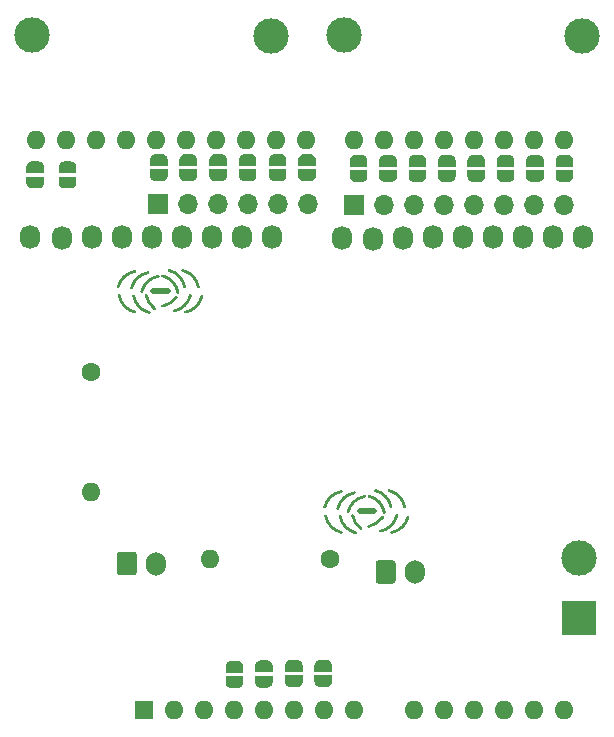
<source format=gbr>
%TF.GenerationSoftware,KiCad,Pcbnew,(5.1.10)-1*%
%TF.CreationDate,2021-06-07T20:05:56+02:00*%
%TF.ProjectId,AirFlow,41697246-6c6f-4772-9e6b-696361645f70,rev?*%
%TF.SameCoordinates,Original*%
%TF.FileFunction,Soldermask,Bot*%
%TF.FilePolarity,Negative*%
%FSLAX46Y46*%
G04 Gerber Fmt 4.6, Leading zero omitted, Abs format (unit mm)*
G04 Created by KiCad (PCBNEW (5.1.10)-1) date 2021-06-07 20:05:56*
%MOMM*%
%LPD*%
G01*
G04 APERTURE LIST*
%ADD10C,0.500000*%
%ADD11C,0.250000*%
%ADD12O,1.600000X1.600000*%
%ADD13R,1.600000X1.600000*%
%ADD14R,3.000000X3.000000*%
%ADD15C,3.000000*%
%ADD16O,1.700000X2.000000*%
%ADD17C,1.600000*%
%ADD18R,1.700000X1.700000*%
%ADD19O,1.700000X1.700000*%
%ADD20C,0.100000*%
%ADD21O,1.730000X2.030000*%
G04 APERTURE END LIST*
D10*
X140614400Y-113080800D02*
X141833600Y-113080800D01*
D11*
X139621084Y-113124784D02*
G75*
G02*
X141020800Y-111810800I1704516J-413216D01*
G01*
X138757484Y-112819984D02*
G75*
G02*
X140157200Y-111506000I1704516J-413216D01*
G01*
X140712573Y-114558797D02*
G75*
G02*
X140004800Y-113436400I1019427J1427197D01*
G01*
X141942016Y-111325484D02*
G75*
G02*
X143256000Y-112725200I-413216J-1704516D01*
G01*
X143741316Y-113443216D02*
G75*
G02*
X142341600Y-114757200I-1704516J413216D01*
G01*
X140251984Y-114886916D02*
G75*
G02*
X138938000Y-113487200I413216J1704516D01*
G01*
X141383216Y-111782684D02*
G75*
G02*
X142697200Y-113182400I-413216J-1704516D01*
G01*
X142543827Y-113588800D02*
G75*
G02*
X141376400Y-114351482I-1535862J1076101D01*
G01*
X144706516Y-113544816D02*
G75*
G02*
X143306800Y-114858800I-1704516J413216D01*
G01*
X143110416Y-111325484D02*
G75*
G02*
X144424400Y-112725200I-413216J-1704516D01*
G01*
X139039600Y-114858800D02*
G75*
G02*
X137725616Y-113459084I413216J1704516D01*
G01*
X137639884Y-112718384D02*
G75*
G02*
X139039600Y-111404400I1704516J-413216D01*
G01*
D10*
X123139200Y-94437200D02*
X124358400Y-94437200D01*
D11*
X123237373Y-95915197D02*
G75*
G02*
X122529600Y-94792800I1019427J1427197D01*
G01*
X125068627Y-94945200D02*
G75*
G02*
X123901200Y-95707882I-1535862J1076101D01*
G01*
X123908016Y-93139084D02*
G75*
G02*
X125222000Y-94538800I-413216J-1704516D01*
G01*
X122145884Y-94481184D02*
G75*
G02*
X123545600Y-93167200I1704516J-413216D01*
G01*
X121282284Y-94176384D02*
G75*
G02*
X122682000Y-92862400I1704516J-413216D01*
G01*
X126266116Y-94799616D02*
G75*
G02*
X124866400Y-96113600I-1704516J413216D01*
G01*
X122776784Y-96243316D02*
G75*
G02*
X121462800Y-94843600I413216J1704516D01*
G01*
X124466816Y-92681884D02*
G75*
G02*
X125780800Y-94081600I-413216J-1704516D01*
G01*
X125635216Y-92681884D02*
G75*
G02*
X126949200Y-94081600I-413216J-1704516D01*
G01*
X127231316Y-94901216D02*
G75*
G02*
X125831600Y-96215200I-1704516J413216D01*
G01*
X121564400Y-96215200D02*
G75*
G02*
X120250416Y-94815484I413216J1704516D01*
G01*
X120164684Y-94074784D02*
G75*
G02*
X121564400Y-92760800I1704516J-413216D01*
G01*
D12*
%TO.C,A1*%
X113186400Y-81635600D03*
X115726400Y-81635600D03*
D13*
X122326400Y-129895600D03*
D12*
X152806400Y-81635600D03*
X124866400Y-129895600D03*
X150266400Y-81635600D03*
X127406400Y-129895600D03*
X147726400Y-81635600D03*
X129946400Y-129895600D03*
X145186400Y-81635600D03*
X132486400Y-129895600D03*
X142646400Y-81635600D03*
X135026400Y-129895600D03*
X140106400Y-81635600D03*
X137566400Y-129895600D03*
X136046400Y-81635600D03*
X140106400Y-129895600D03*
X133506400Y-81635600D03*
X145186400Y-129895600D03*
X130966400Y-81635600D03*
X147726400Y-129895600D03*
X128426400Y-81635600D03*
X150266400Y-129895600D03*
X125886400Y-81635600D03*
X152806400Y-129895600D03*
X123346400Y-81635600D03*
X155346400Y-129895600D03*
X120806400Y-81635600D03*
X157886400Y-129895600D03*
X118266400Y-81635600D03*
X157886400Y-81635600D03*
X155346400Y-81635600D03*
%TD*%
D14*
%TO.C,J1*%
X159156400Y-122123200D03*
D15*
X159156400Y-117043200D03*
%TD*%
%TO.C,Jntc1*%
G36*
G01*
X120043200Y-118250400D02*
X120043200Y-116750400D01*
G75*
G02*
X120293200Y-116500400I250000J0D01*
G01*
X121493200Y-116500400D01*
G75*
G02*
X121743200Y-116750400I0J-250000D01*
G01*
X121743200Y-118250400D01*
G75*
G02*
X121493200Y-118500400I-250000J0D01*
G01*
X120293200Y-118500400D01*
G75*
G02*
X120043200Y-118250400I0J250000D01*
G01*
G37*
D16*
X123393200Y-117500400D03*
%TD*%
%TO.C,Jntc2*%
X145298800Y-118211600D03*
G36*
G01*
X141948800Y-118961600D02*
X141948800Y-117461600D01*
G75*
G02*
X142198800Y-117211600I250000J0D01*
G01*
X143398800Y-117211600D01*
G75*
G02*
X143648800Y-117461600I0J-250000D01*
G01*
X143648800Y-118961600D01*
G75*
G02*
X143398800Y-119211600I-250000J0D01*
G01*
X142198800Y-119211600D01*
G75*
G02*
X141948800Y-118961600I0J250000D01*
G01*
G37*
%TD*%
D12*
%TO.C,R3*%
X117856000Y-111455200D03*
D17*
X117856000Y-101295200D03*
%TD*%
%TO.C,R17*%
X138074400Y-117094000D03*
D12*
X127914400Y-117094000D03*
%TD*%
D18*
%TO.C,J5*%
X140106400Y-87172800D03*
D19*
X142646400Y-87172800D03*
X145186400Y-87172800D03*
X147726400Y-87172800D03*
X150266400Y-87172800D03*
X152806400Y-87172800D03*
X155346400Y-87172800D03*
X157886400Y-87172800D03*
%TD*%
D18*
%TO.C,J6*%
X123494800Y-87071200D03*
D19*
X126034800Y-87071200D03*
X128574800Y-87071200D03*
X131114800Y-87071200D03*
X133654800Y-87071200D03*
X136194800Y-87071200D03*
%TD*%
D20*
%TO.C,JP0*%
G36*
X158687200Y-84183600D02*
G01*
X158687200Y-84683600D01*
X158686598Y-84683600D01*
X158686598Y-84708134D01*
X158681788Y-84756965D01*
X158672216Y-84805090D01*
X158657972Y-84852045D01*
X158639195Y-84897378D01*
X158616064Y-84940651D01*
X158588804Y-84981450D01*
X158557676Y-85019379D01*
X158522979Y-85054076D01*
X158485050Y-85085204D01*
X158444251Y-85112464D01*
X158400978Y-85135595D01*
X158355645Y-85154372D01*
X158308690Y-85168616D01*
X158260565Y-85178188D01*
X158211734Y-85182998D01*
X158187200Y-85182998D01*
X158187200Y-85183600D01*
X157687200Y-85183600D01*
X157687200Y-85182998D01*
X157662666Y-85182998D01*
X157613835Y-85178188D01*
X157565710Y-85168616D01*
X157518755Y-85154372D01*
X157473422Y-85135595D01*
X157430149Y-85112464D01*
X157389350Y-85085204D01*
X157351421Y-85054076D01*
X157316724Y-85019379D01*
X157285596Y-84981450D01*
X157258336Y-84940651D01*
X157235205Y-84897378D01*
X157216428Y-84852045D01*
X157202184Y-84805090D01*
X157192612Y-84756965D01*
X157187802Y-84708134D01*
X157187802Y-84683600D01*
X157187200Y-84683600D01*
X157187200Y-84183600D01*
X158687200Y-84183600D01*
G37*
G36*
X157187802Y-83383600D02*
G01*
X157187802Y-83359066D01*
X157192612Y-83310235D01*
X157202184Y-83262110D01*
X157216428Y-83215155D01*
X157235205Y-83169822D01*
X157258336Y-83126549D01*
X157285596Y-83085750D01*
X157316724Y-83047821D01*
X157351421Y-83013124D01*
X157389350Y-82981996D01*
X157430149Y-82954736D01*
X157473422Y-82931605D01*
X157518755Y-82912828D01*
X157565710Y-82898584D01*
X157613835Y-82889012D01*
X157662666Y-82884202D01*
X157687200Y-82884202D01*
X157687200Y-82883600D01*
X158187200Y-82883600D01*
X158187200Y-82884202D01*
X158211734Y-82884202D01*
X158260565Y-82889012D01*
X158308690Y-82898584D01*
X158355645Y-82912828D01*
X158400978Y-82931605D01*
X158444251Y-82954736D01*
X158485050Y-82981996D01*
X158522979Y-83013124D01*
X158557676Y-83047821D01*
X158588804Y-83085750D01*
X158616064Y-83126549D01*
X158639195Y-83169822D01*
X158657972Y-83215155D01*
X158672216Y-83262110D01*
X158681788Y-83310235D01*
X158686598Y-83359066D01*
X158686598Y-83383600D01*
X158687200Y-83383600D01*
X158687200Y-83883600D01*
X157187200Y-83883600D01*
X157187200Y-83383600D01*
X157187802Y-83383600D01*
G37*
%TD*%
%TO.C,JP1*%
G36*
X154698602Y-83383600D02*
G01*
X154698602Y-83359066D01*
X154703412Y-83310235D01*
X154712984Y-83262110D01*
X154727228Y-83215155D01*
X154746005Y-83169822D01*
X154769136Y-83126549D01*
X154796396Y-83085750D01*
X154827524Y-83047821D01*
X154862221Y-83013124D01*
X154900150Y-82981996D01*
X154940949Y-82954736D01*
X154984222Y-82931605D01*
X155029555Y-82912828D01*
X155076510Y-82898584D01*
X155124635Y-82889012D01*
X155173466Y-82884202D01*
X155198000Y-82884202D01*
X155198000Y-82883600D01*
X155698000Y-82883600D01*
X155698000Y-82884202D01*
X155722534Y-82884202D01*
X155771365Y-82889012D01*
X155819490Y-82898584D01*
X155866445Y-82912828D01*
X155911778Y-82931605D01*
X155955051Y-82954736D01*
X155995850Y-82981996D01*
X156033779Y-83013124D01*
X156068476Y-83047821D01*
X156099604Y-83085750D01*
X156126864Y-83126549D01*
X156149995Y-83169822D01*
X156168772Y-83215155D01*
X156183016Y-83262110D01*
X156192588Y-83310235D01*
X156197398Y-83359066D01*
X156197398Y-83383600D01*
X156198000Y-83383600D01*
X156198000Y-83883600D01*
X154698000Y-83883600D01*
X154698000Y-83383600D01*
X154698602Y-83383600D01*
G37*
G36*
X156198000Y-84183600D02*
G01*
X156198000Y-84683600D01*
X156197398Y-84683600D01*
X156197398Y-84708134D01*
X156192588Y-84756965D01*
X156183016Y-84805090D01*
X156168772Y-84852045D01*
X156149995Y-84897378D01*
X156126864Y-84940651D01*
X156099604Y-84981450D01*
X156068476Y-85019379D01*
X156033779Y-85054076D01*
X155995850Y-85085204D01*
X155955051Y-85112464D01*
X155911778Y-85135595D01*
X155866445Y-85154372D01*
X155819490Y-85168616D01*
X155771365Y-85178188D01*
X155722534Y-85182998D01*
X155698000Y-85182998D01*
X155698000Y-85183600D01*
X155198000Y-85183600D01*
X155198000Y-85182998D01*
X155173466Y-85182998D01*
X155124635Y-85178188D01*
X155076510Y-85168616D01*
X155029555Y-85154372D01*
X154984222Y-85135595D01*
X154940949Y-85112464D01*
X154900150Y-85085204D01*
X154862221Y-85054076D01*
X154827524Y-85019379D01*
X154796396Y-84981450D01*
X154769136Y-84940651D01*
X154746005Y-84897378D01*
X154727228Y-84852045D01*
X154712984Y-84805090D01*
X154703412Y-84756965D01*
X154698602Y-84708134D01*
X154698602Y-84683600D01*
X154698000Y-84683600D01*
X154698000Y-84183600D01*
X156198000Y-84183600D01*
G37*
%TD*%
%TO.C,JP2*%
G36*
X153708800Y-84183600D02*
G01*
X153708800Y-84683600D01*
X153708198Y-84683600D01*
X153708198Y-84708134D01*
X153703388Y-84756965D01*
X153693816Y-84805090D01*
X153679572Y-84852045D01*
X153660795Y-84897378D01*
X153637664Y-84940651D01*
X153610404Y-84981450D01*
X153579276Y-85019379D01*
X153544579Y-85054076D01*
X153506650Y-85085204D01*
X153465851Y-85112464D01*
X153422578Y-85135595D01*
X153377245Y-85154372D01*
X153330290Y-85168616D01*
X153282165Y-85178188D01*
X153233334Y-85182998D01*
X153208800Y-85182998D01*
X153208800Y-85183600D01*
X152708800Y-85183600D01*
X152708800Y-85182998D01*
X152684266Y-85182998D01*
X152635435Y-85178188D01*
X152587310Y-85168616D01*
X152540355Y-85154372D01*
X152495022Y-85135595D01*
X152451749Y-85112464D01*
X152410950Y-85085204D01*
X152373021Y-85054076D01*
X152338324Y-85019379D01*
X152307196Y-84981450D01*
X152279936Y-84940651D01*
X152256805Y-84897378D01*
X152238028Y-84852045D01*
X152223784Y-84805090D01*
X152214212Y-84756965D01*
X152209402Y-84708134D01*
X152209402Y-84683600D01*
X152208800Y-84683600D01*
X152208800Y-84183600D01*
X153708800Y-84183600D01*
G37*
G36*
X152209402Y-83383600D02*
G01*
X152209402Y-83359066D01*
X152214212Y-83310235D01*
X152223784Y-83262110D01*
X152238028Y-83215155D01*
X152256805Y-83169822D01*
X152279936Y-83126549D01*
X152307196Y-83085750D01*
X152338324Y-83047821D01*
X152373021Y-83013124D01*
X152410950Y-82981996D01*
X152451749Y-82954736D01*
X152495022Y-82931605D01*
X152540355Y-82912828D01*
X152587310Y-82898584D01*
X152635435Y-82889012D01*
X152684266Y-82884202D01*
X152708800Y-82884202D01*
X152708800Y-82883600D01*
X153208800Y-82883600D01*
X153208800Y-82884202D01*
X153233334Y-82884202D01*
X153282165Y-82889012D01*
X153330290Y-82898584D01*
X153377245Y-82912828D01*
X153422578Y-82931605D01*
X153465851Y-82954736D01*
X153506650Y-82981996D01*
X153544579Y-83013124D01*
X153579276Y-83047821D01*
X153610404Y-83085750D01*
X153637664Y-83126549D01*
X153660795Y-83169822D01*
X153679572Y-83215155D01*
X153693816Y-83262110D01*
X153703388Y-83310235D01*
X153708198Y-83359066D01*
X153708198Y-83383600D01*
X153708800Y-83383600D01*
X153708800Y-83883600D01*
X152208800Y-83883600D01*
X152208800Y-83383600D01*
X152209402Y-83383600D01*
G37*
%TD*%
%TO.C,JP3*%
G36*
X149720202Y-83383600D02*
G01*
X149720202Y-83359066D01*
X149725012Y-83310235D01*
X149734584Y-83262110D01*
X149748828Y-83215155D01*
X149767605Y-83169822D01*
X149790736Y-83126549D01*
X149817996Y-83085750D01*
X149849124Y-83047821D01*
X149883821Y-83013124D01*
X149921750Y-82981996D01*
X149962549Y-82954736D01*
X150005822Y-82931605D01*
X150051155Y-82912828D01*
X150098110Y-82898584D01*
X150146235Y-82889012D01*
X150195066Y-82884202D01*
X150219600Y-82884202D01*
X150219600Y-82883600D01*
X150719600Y-82883600D01*
X150719600Y-82884202D01*
X150744134Y-82884202D01*
X150792965Y-82889012D01*
X150841090Y-82898584D01*
X150888045Y-82912828D01*
X150933378Y-82931605D01*
X150976651Y-82954736D01*
X151017450Y-82981996D01*
X151055379Y-83013124D01*
X151090076Y-83047821D01*
X151121204Y-83085750D01*
X151148464Y-83126549D01*
X151171595Y-83169822D01*
X151190372Y-83215155D01*
X151204616Y-83262110D01*
X151214188Y-83310235D01*
X151218998Y-83359066D01*
X151218998Y-83383600D01*
X151219600Y-83383600D01*
X151219600Y-83883600D01*
X149719600Y-83883600D01*
X149719600Y-83383600D01*
X149720202Y-83383600D01*
G37*
G36*
X151219600Y-84183600D02*
G01*
X151219600Y-84683600D01*
X151218998Y-84683600D01*
X151218998Y-84708134D01*
X151214188Y-84756965D01*
X151204616Y-84805090D01*
X151190372Y-84852045D01*
X151171595Y-84897378D01*
X151148464Y-84940651D01*
X151121204Y-84981450D01*
X151090076Y-85019379D01*
X151055379Y-85054076D01*
X151017450Y-85085204D01*
X150976651Y-85112464D01*
X150933378Y-85135595D01*
X150888045Y-85154372D01*
X150841090Y-85168616D01*
X150792965Y-85178188D01*
X150744134Y-85182998D01*
X150719600Y-85182998D01*
X150719600Y-85183600D01*
X150219600Y-85183600D01*
X150219600Y-85182998D01*
X150195066Y-85182998D01*
X150146235Y-85178188D01*
X150098110Y-85168616D01*
X150051155Y-85154372D01*
X150005822Y-85135595D01*
X149962549Y-85112464D01*
X149921750Y-85085204D01*
X149883821Y-85054076D01*
X149849124Y-85019379D01*
X149817996Y-84981450D01*
X149790736Y-84940651D01*
X149767605Y-84897378D01*
X149748828Y-84852045D01*
X149734584Y-84805090D01*
X149725012Y-84756965D01*
X149720202Y-84708134D01*
X149720202Y-84683600D01*
X149719600Y-84683600D01*
X149719600Y-84183600D01*
X151219600Y-84183600D01*
G37*
%TD*%
%TO.C,JP4*%
G36*
X148730400Y-84183600D02*
G01*
X148730400Y-84683600D01*
X148729798Y-84683600D01*
X148729798Y-84708134D01*
X148724988Y-84756965D01*
X148715416Y-84805090D01*
X148701172Y-84852045D01*
X148682395Y-84897378D01*
X148659264Y-84940651D01*
X148632004Y-84981450D01*
X148600876Y-85019379D01*
X148566179Y-85054076D01*
X148528250Y-85085204D01*
X148487451Y-85112464D01*
X148444178Y-85135595D01*
X148398845Y-85154372D01*
X148351890Y-85168616D01*
X148303765Y-85178188D01*
X148254934Y-85182998D01*
X148230400Y-85182998D01*
X148230400Y-85183600D01*
X147730400Y-85183600D01*
X147730400Y-85182998D01*
X147705866Y-85182998D01*
X147657035Y-85178188D01*
X147608910Y-85168616D01*
X147561955Y-85154372D01*
X147516622Y-85135595D01*
X147473349Y-85112464D01*
X147432550Y-85085204D01*
X147394621Y-85054076D01*
X147359924Y-85019379D01*
X147328796Y-84981450D01*
X147301536Y-84940651D01*
X147278405Y-84897378D01*
X147259628Y-84852045D01*
X147245384Y-84805090D01*
X147235812Y-84756965D01*
X147231002Y-84708134D01*
X147231002Y-84683600D01*
X147230400Y-84683600D01*
X147230400Y-84183600D01*
X148730400Y-84183600D01*
G37*
G36*
X147231002Y-83383600D02*
G01*
X147231002Y-83359066D01*
X147235812Y-83310235D01*
X147245384Y-83262110D01*
X147259628Y-83215155D01*
X147278405Y-83169822D01*
X147301536Y-83126549D01*
X147328796Y-83085750D01*
X147359924Y-83047821D01*
X147394621Y-83013124D01*
X147432550Y-82981996D01*
X147473349Y-82954736D01*
X147516622Y-82931605D01*
X147561955Y-82912828D01*
X147608910Y-82898584D01*
X147657035Y-82889012D01*
X147705866Y-82884202D01*
X147730400Y-82884202D01*
X147730400Y-82883600D01*
X148230400Y-82883600D01*
X148230400Y-82884202D01*
X148254934Y-82884202D01*
X148303765Y-82889012D01*
X148351890Y-82898584D01*
X148398845Y-82912828D01*
X148444178Y-82931605D01*
X148487451Y-82954736D01*
X148528250Y-82981996D01*
X148566179Y-83013124D01*
X148600876Y-83047821D01*
X148632004Y-83085750D01*
X148659264Y-83126549D01*
X148682395Y-83169822D01*
X148701172Y-83215155D01*
X148715416Y-83262110D01*
X148724988Y-83310235D01*
X148729798Y-83359066D01*
X148729798Y-83383600D01*
X148730400Y-83383600D01*
X148730400Y-83883600D01*
X147230400Y-83883600D01*
X147230400Y-83383600D01*
X147231002Y-83383600D01*
G37*
%TD*%
%TO.C,JP5*%
G36*
X144741802Y-83383600D02*
G01*
X144741802Y-83359066D01*
X144746612Y-83310235D01*
X144756184Y-83262110D01*
X144770428Y-83215155D01*
X144789205Y-83169822D01*
X144812336Y-83126549D01*
X144839596Y-83085750D01*
X144870724Y-83047821D01*
X144905421Y-83013124D01*
X144943350Y-82981996D01*
X144984149Y-82954736D01*
X145027422Y-82931605D01*
X145072755Y-82912828D01*
X145119710Y-82898584D01*
X145167835Y-82889012D01*
X145216666Y-82884202D01*
X145241200Y-82884202D01*
X145241200Y-82883600D01*
X145741200Y-82883600D01*
X145741200Y-82884202D01*
X145765734Y-82884202D01*
X145814565Y-82889012D01*
X145862690Y-82898584D01*
X145909645Y-82912828D01*
X145954978Y-82931605D01*
X145998251Y-82954736D01*
X146039050Y-82981996D01*
X146076979Y-83013124D01*
X146111676Y-83047821D01*
X146142804Y-83085750D01*
X146170064Y-83126549D01*
X146193195Y-83169822D01*
X146211972Y-83215155D01*
X146226216Y-83262110D01*
X146235788Y-83310235D01*
X146240598Y-83359066D01*
X146240598Y-83383600D01*
X146241200Y-83383600D01*
X146241200Y-83883600D01*
X144741200Y-83883600D01*
X144741200Y-83383600D01*
X144741802Y-83383600D01*
G37*
G36*
X146241200Y-84183600D02*
G01*
X146241200Y-84683600D01*
X146240598Y-84683600D01*
X146240598Y-84708134D01*
X146235788Y-84756965D01*
X146226216Y-84805090D01*
X146211972Y-84852045D01*
X146193195Y-84897378D01*
X146170064Y-84940651D01*
X146142804Y-84981450D01*
X146111676Y-85019379D01*
X146076979Y-85054076D01*
X146039050Y-85085204D01*
X145998251Y-85112464D01*
X145954978Y-85135595D01*
X145909645Y-85154372D01*
X145862690Y-85168616D01*
X145814565Y-85178188D01*
X145765734Y-85182998D01*
X145741200Y-85182998D01*
X145741200Y-85183600D01*
X145241200Y-85183600D01*
X145241200Y-85182998D01*
X145216666Y-85182998D01*
X145167835Y-85178188D01*
X145119710Y-85168616D01*
X145072755Y-85154372D01*
X145027422Y-85135595D01*
X144984149Y-85112464D01*
X144943350Y-85085204D01*
X144905421Y-85054076D01*
X144870724Y-85019379D01*
X144839596Y-84981450D01*
X144812336Y-84940651D01*
X144789205Y-84897378D01*
X144770428Y-84852045D01*
X144756184Y-84805090D01*
X144746612Y-84756965D01*
X144741802Y-84708134D01*
X144741802Y-84683600D01*
X144741200Y-84683600D01*
X144741200Y-84183600D01*
X146241200Y-84183600D01*
G37*
%TD*%
%TO.C,JP6*%
G36*
X142252602Y-83383600D02*
G01*
X142252602Y-83359066D01*
X142257412Y-83310235D01*
X142266984Y-83262110D01*
X142281228Y-83215155D01*
X142300005Y-83169822D01*
X142323136Y-83126549D01*
X142350396Y-83085750D01*
X142381524Y-83047821D01*
X142416221Y-83013124D01*
X142454150Y-82981996D01*
X142494949Y-82954736D01*
X142538222Y-82931605D01*
X142583555Y-82912828D01*
X142630510Y-82898584D01*
X142678635Y-82889012D01*
X142727466Y-82884202D01*
X142752000Y-82884202D01*
X142752000Y-82883600D01*
X143252000Y-82883600D01*
X143252000Y-82884202D01*
X143276534Y-82884202D01*
X143325365Y-82889012D01*
X143373490Y-82898584D01*
X143420445Y-82912828D01*
X143465778Y-82931605D01*
X143509051Y-82954736D01*
X143549850Y-82981996D01*
X143587779Y-83013124D01*
X143622476Y-83047821D01*
X143653604Y-83085750D01*
X143680864Y-83126549D01*
X143703995Y-83169822D01*
X143722772Y-83215155D01*
X143737016Y-83262110D01*
X143746588Y-83310235D01*
X143751398Y-83359066D01*
X143751398Y-83383600D01*
X143752000Y-83383600D01*
X143752000Y-83883600D01*
X142252000Y-83883600D01*
X142252000Y-83383600D01*
X142252602Y-83383600D01*
G37*
G36*
X143752000Y-84183600D02*
G01*
X143752000Y-84683600D01*
X143751398Y-84683600D01*
X143751398Y-84708134D01*
X143746588Y-84756965D01*
X143737016Y-84805090D01*
X143722772Y-84852045D01*
X143703995Y-84897378D01*
X143680864Y-84940651D01*
X143653604Y-84981450D01*
X143622476Y-85019379D01*
X143587779Y-85054076D01*
X143549850Y-85085204D01*
X143509051Y-85112464D01*
X143465778Y-85135595D01*
X143420445Y-85154372D01*
X143373490Y-85168616D01*
X143325365Y-85178188D01*
X143276534Y-85182998D01*
X143252000Y-85182998D01*
X143252000Y-85183600D01*
X142752000Y-85183600D01*
X142752000Y-85182998D01*
X142727466Y-85182998D01*
X142678635Y-85178188D01*
X142630510Y-85168616D01*
X142583555Y-85154372D01*
X142538222Y-85135595D01*
X142494949Y-85112464D01*
X142454150Y-85085204D01*
X142416221Y-85054076D01*
X142381524Y-85019379D01*
X142350396Y-84981450D01*
X142323136Y-84940651D01*
X142300005Y-84897378D01*
X142281228Y-84852045D01*
X142266984Y-84805090D01*
X142257412Y-84756965D01*
X142252602Y-84708134D01*
X142252602Y-84683600D01*
X142252000Y-84683600D01*
X142252000Y-84183600D01*
X143752000Y-84183600D01*
G37*
%TD*%
%TO.C,JP7*%
G36*
X141262800Y-84183600D02*
G01*
X141262800Y-84683600D01*
X141262198Y-84683600D01*
X141262198Y-84708134D01*
X141257388Y-84756965D01*
X141247816Y-84805090D01*
X141233572Y-84852045D01*
X141214795Y-84897378D01*
X141191664Y-84940651D01*
X141164404Y-84981450D01*
X141133276Y-85019379D01*
X141098579Y-85054076D01*
X141060650Y-85085204D01*
X141019851Y-85112464D01*
X140976578Y-85135595D01*
X140931245Y-85154372D01*
X140884290Y-85168616D01*
X140836165Y-85178188D01*
X140787334Y-85182998D01*
X140762800Y-85182998D01*
X140762800Y-85183600D01*
X140262800Y-85183600D01*
X140262800Y-85182998D01*
X140238266Y-85182998D01*
X140189435Y-85178188D01*
X140141310Y-85168616D01*
X140094355Y-85154372D01*
X140049022Y-85135595D01*
X140005749Y-85112464D01*
X139964950Y-85085204D01*
X139927021Y-85054076D01*
X139892324Y-85019379D01*
X139861196Y-84981450D01*
X139833936Y-84940651D01*
X139810805Y-84897378D01*
X139792028Y-84852045D01*
X139777784Y-84805090D01*
X139768212Y-84756965D01*
X139763402Y-84708134D01*
X139763402Y-84683600D01*
X139762800Y-84683600D01*
X139762800Y-84183600D01*
X141262800Y-84183600D01*
G37*
G36*
X139763402Y-83383600D02*
G01*
X139763402Y-83359066D01*
X139768212Y-83310235D01*
X139777784Y-83262110D01*
X139792028Y-83215155D01*
X139810805Y-83169822D01*
X139833936Y-83126549D01*
X139861196Y-83085750D01*
X139892324Y-83047821D01*
X139927021Y-83013124D01*
X139964950Y-82981996D01*
X140005749Y-82954736D01*
X140049022Y-82931605D01*
X140094355Y-82912828D01*
X140141310Y-82898584D01*
X140189435Y-82889012D01*
X140238266Y-82884202D01*
X140262800Y-82884202D01*
X140262800Y-82883600D01*
X140762800Y-82883600D01*
X140762800Y-82884202D01*
X140787334Y-82884202D01*
X140836165Y-82889012D01*
X140884290Y-82898584D01*
X140931245Y-82912828D01*
X140976578Y-82931605D01*
X141019851Y-82954736D01*
X141060650Y-82981996D01*
X141098579Y-83013124D01*
X141133276Y-83047821D01*
X141164404Y-83085750D01*
X141191664Y-83126549D01*
X141214795Y-83169822D01*
X141233572Y-83215155D01*
X141247816Y-83262110D01*
X141257388Y-83310235D01*
X141262198Y-83359066D01*
X141262198Y-83383600D01*
X141262800Y-83383600D01*
X141262800Y-83883600D01*
X139762800Y-83883600D01*
X139762800Y-83383600D01*
X139763402Y-83383600D01*
G37*
%TD*%
D21*
%TO.C,U2*%
X122986800Y-89814400D03*
X120446800Y-89814400D03*
X128066800Y-89814400D03*
X125526800Y-89814400D03*
X133146800Y-89814400D03*
X130606800Y-89814400D03*
D15*
X112890300Y-72732900D03*
X133083300Y-72796400D03*
D21*
X117906800Y-89877900D03*
X115366800Y-89941400D03*
X112699800Y-89877900D03*
%TD*%
%TO.C,U3*%
X149352000Y-89865200D03*
X146812000Y-89865200D03*
X154432000Y-89865200D03*
X151892000Y-89865200D03*
X159512000Y-89865200D03*
X156972000Y-89865200D03*
D15*
X139255500Y-72783700D03*
X159448500Y-72847200D03*
D21*
X144272000Y-89928700D03*
X141732000Y-89992200D03*
X139065000Y-89928700D03*
%TD*%
D20*
%TO.C,JP8*%
G36*
X136894000Y-84132800D02*
G01*
X136894000Y-84632800D01*
X136893398Y-84632800D01*
X136893398Y-84657334D01*
X136888588Y-84706165D01*
X136879016Y-84754290D01*
X136864772Y-84801245D01*
X136845995Y-84846578D01*
X136822864Y-84889851D01*
X136795604Y-84930650D01*
X136764476Y-84968579D01*
X136729779Y-85003276D01*
X136691850Y-85034404D01*
X136651051Y-85061664D01*
X136607778Y-85084795D01*
X136562445Y-85103572D01*
X136515490Y-85117816D01*
X136467365Y-85127388D01*
X136418534Y-85132198D01*
X136394000Y-85132198D01*
X136394000Y-85132800D01*
X135894000Y-85132800D01*
X135894000Y-85132198D01*
X135869466Y-85132198D01*
X135820635Y-85127388D01*
X135772510Y-85117816D01*
X135725555Y-85103572D01*
X135680222Y-85084795D01*
X135636949Y-85061664D01*
X135596150Y-85034404D01*
X135558221Y-85003276D01*
X135523524Y-84968579D01*
X135492396Y-84930650D01*
X135465136Y-84889851D01*
X135442005Y-84846578D01*
X135423228Y-84801245D01*
X135408984Y-84754290D01*
X135399412Y-84706165D01*
X135394602Y-84657334D01*
X135394602Y-84632800D01*
X135394000Y-84632800D01*
X135394000Y-84132800D01*
X136894000Y-84132800D01*
G37*
G36*
X135394602Y-83332800D02*
G01*
X135394602Y-83308266D01*
X135399412Y-83259435D01*
X135408984Y-83211310D01*
X135423228Y-83164355D01*
X135442005Y-83119022D01*
X135465136Y-83075749D01*
X135492396Y-83034950D01*
X135523524Y-82997021D01*
X135558221Y-82962324D01*
X135596150Y-82931196D01*
X135636949Y-82903936D01*
X135680222Y-82880805D01*
X135725555Y-82862028D01*
X135772510Y-82847784D01*
X135820635Y-82838212D01*
X135869466Y-82833402D01*
X135894000Y-82833402D01*
X135894000Y-82832800D01*
X136394000Y-82832800D01*
X136394000Y-82833402D01*
X136418534Y-82833402D01*
X136467365Y-82838212D01*
X136515490Y-82847784D01*
X136562445Y-82862028D01*
X136607778Y-82880805D01*
X136651051Y-82903936D01*
X136691850Y-82931196D01*
X136729779Y-82962324D01*
X136764476Y-82997021D01*
X136795604Y-83034950D01*
X136822864Y-83075749D01*
X136845995Y-83119022D01*
X136864772Y-83164355D01*
X136879016Y-83211310D01*
X136888588Y-83259435D01*
X136893398Y-83308266D01*
X136893398Y-83332800D01*
X136894000Y-83332800D01*
X136894000Y-83832800D01*
X135394000Y-83832800D01*
X135394000Y-83332800D01*
X135394602Y-83332800D01*
G37*
%TD*%
%TO.C,JP9*%
G36*
X132905402Y-83332800D02*
G01*
X132905402Y-83308266D01*
X132910212Y-83259435D01*
X132919784Y-83211310D01*
X132934028Y-83164355D01*
X132952805Y-83119022D01*
X132975936Y-83075749D01*
X133003196Y-83034950D01*
X133034324Y-82997021D01*
X133069021Y-82962324D01*
X133106950Y-82931196D01*
X133147749Y-82903936D01*
X133191022Y-82880805D01*
X133236355Y-82862028D01*
X133283310Y-82847784D01*
X133331435Y-82838212D01*
X133380266Y-82833402D01*
X133404800Y-82833402D01*
X133404800Y-82832800D01*
X133904800Y-82832800D01*
X133904800Y-82833402D01*
X133929334Y-82833402D01*
X133978165Y-82838212D01*
X134026290Y-82847784D01*
X134073245Y-82862028D01*
X134118578Y-82880805D01*
X134161851Y-82903936D01*
X134202650Y-82931196D01*
X134240579Y-82962324D01*
X134275276Y-82997021D01*
X134306404Y-83034950D01*
X134333664Y-83075749D01*
X134356795Y-83119022D01*
X134375572Y-83164355D01*
X134389816Y-83211310D01*
X134399388Y-83259435D01*
X134404198Y-83308266D01*
X134404198Y-83332800D01*
X134404800Y-83332800D01*
X134404800Y-83832800D01*
X132904800Y-83832800D01*
X132904800Y-83332800D01*
X132905402Y-83332800D01*
G37*
G36*
X134404800Y-84132800D02*
G01*
X134404800Y-84632800D01*
X134404198Y-84632800D01*
X134404198Y-84657334D01*
X134399388Y-84706165D01*
X134389816Y-84754290D01*
X134375572Y-84801245D01*
X134356795Y-84846578D01*
X134333664Y-84889851D01*
X134306404Y-84930650D01*
X134275276Y-84968579D01*
X134240579Y-85003276D01*
X134202650Y-85034404D01*
X134161851Y-85061664D01*
X134118578Y-85084795D01*
X134073245Y-85103572D01*
X134026290Y-85117816D01*
X133978165Y-85127388D01*
X133929334Y-85132198D01*
X133904800Y-85132198D01*
X133904800Y-85132800D01*
X133404800Y-85132800D01*
X133404800Y-85132198D01*
X133380266Y-85132198D01*
X133331435Y-85127388D01*
X133283310Y-85117816D01*
X133236355Y-85103572D01*
X133191022Y-85084795D01*
X133147749Y-85061664D01*
X133106950Y-85034404D01*
X133069021Y-85003276D01*
X133034324Y-84968579D01*
X133003196Y-84930650D01*
X132975936Y-84889851D01*
X132952805Y-84846578D01*
X132934028Y-84801245D01*
X132919784Y-84754290D01*
X132910212Y-84706165D01*
X132905402Y-84657334D01*
X132905402Y-84632800D01*
X132904800Y-84632800D01*
X132904800Y-84132800D01*
X134404800Y-84132800D01*
G37*
%TD*%
%TO.C,JP10*%
G36*
X131864800Y-84132800D02*
G01*
X131864800Y-84632800D01*
X131864198Y-84632800D01*
X131864198Y-84657334D01*
X131859388Y-84706165D01*
X131849816Y-84754290D01*
X131835572Y-84801245D01*
X131816795Y-84846578D01*
X131793664Y-84889851D01*
X131766404Y-84930650D01*
X131735276Y-84968579D01*
X131700579Y-85003276D01*
X131662650Y-85034404D01*
X131621851Y-85061664D01*
X131578578Y-85084795D01*
X131533245Y-85103572D01*
X131486290Y-85117816D01*
X131438165Y-85127388D01*
X131389334Y-85132198D01*
X131364800Y-85132198D01*
X131364800Y-85132800D01*
X130864800Y-85132800D01*
X130864800Y-85132198D01*
X130840266Y-85132198D01*
X130791435Y-85127388D01*
X130743310Y-85117816D01*
X130696355Y-85103572D01*
X130651022Y-85084795D01*
X130607749Y-85061664D01*
X130566950Y-85034404D01*
X130529021Y-85003276D01*
X130494324Y-84968579D01*
X130463196Y-84930650D01*
X130435936Y-84889851D01*
X130412805Y-84846578D01*
X130394028Y-84801245D01*
X130379784Y-84754290D01*
X130370212Y-84706165D01*
X130365402Y-84657334D01*
X130365402Y-84632800D01*
X130364800Y-84632800D01*
X130364800Y-84132800D01*
X131864800Y-84132800D01*
G37*
G36*
X130365402Y-83332800D02*
G01*
X130365402Y-83308266D01*
X130370212Y-83259435D01*
X130379784Y-83211310D01*
X130394028Y-83164355D01*
X130412805Y-83119022D01*
X130435936Y-83075749D01*
X130463196Y-83034950D01*
X130494324Y-82997021D01*
X130529021Y-82962324D01*
X130566950Y-82931196D01*
X130607749Y-82903936D01*
X130651022Y-82880805D01*
X130696355Y-82862028D01*
X130743310Y-82847784D01*
X130791435Y-82838212D01*
X130840266Y-82833402D01*
X130864800Y-82833402D01*
X130864800Y-82832800D01*
X131364800Y-82832800D01*
X131364800Y-82833402D01*
X131389334Y-82833402D01*
X131438165Y-82838212D01*
X131486290Y-82847784D01*
X131533245Y-82862028D01*
X131578578Y-82880805D01*
X131621851Y-82903936D01*
X131662650Y-82931196D01*
X131700579Y-82962324D01*
X131735276Y-82997021D01*
X131766404Y-83034950D01*
X131793664Y-83075749D01*
X131816795Y-83119022D01*
X131835572Y-83164355D01*
X131849816Y-83211310D01*
X131859388Y-83259435D01*
X131864198Y-83308266D01*
X131864198Y-83332800D01*
X131864800Y-83332800D01*
X131864800Y-83832800D01*
X130364800Y-83832800D01*
X130364800Y-83332800D01*
X130365402Y-83332800D01*
G37*
%TD*%
%TO.C,JP11*%
G36*
X127876202Y-83322400D02*
G01*
X127876202Y-83297866D01*
X127881012Y-83249035D01*
X127890584Y-83200910D01*
X127904828Y-83153955D01*
X127923605Y-83108622D01*
X127946736Y-83065349D01*
X127973996Y-83024550D01*
X128005124Y-82986621D01*
X128039821Y-82951924D01*
X128077750Y-82920796D01*
X128118549Y-82893536D01*
X128161822Y-82870405D01*
X128207155Y-82851628D01*
X128254110Y-82837384D01*
X128302235Y-82827812D01*
X128351066Y-82823002D01*
X128375600Y-82823002D01*
X128375600Y-82822400D01*
X128875600Y-82822400D01*
X128875600Y-82823002D01*
X128900134Y-82823002D01*
X128948965Y-82827812D01*
X128997090Y-82837384D01*
X129044045Y-82851628D01*
X129089378Y-82870405D01*
X129132651Y-82893536D01*
X129173450Y-82920796D01*
X129211379Y-82951924D01*
X129246076Y-82986621D01*
X129277204Y-83024550D01*
X129304464Y-83065349D01*
X129327595Y-83108622D01*
X129346372Y-83153955D01*
X129360616Y-83200910D01*
X129370188Y-83249035D01*
X129374998Y-83297866D01*
X129374998Y-83322400D01*
X129375600Y-83322400D01*
X129375600Y-83822400D01*
X127875600Y-83822400D01*
X127875600Y-83322400D01*
X127876202Y-83322400D01*
G37*
G36*
X129375600Y-84122400D02*
G01*
X129375600Y-84622400D01*
X129374998Y-84622400D01*
X129374998Y-84646934D01*
X129370188Y-84695765D01*
X129360616Y-84743890D01*
X129346372Y-84790845D01*
X129327595Y-84836178D01*
X129304464Y-84879451D01*
X129277204Y-84920250D01*
X129246076Y-84958179D01*
X129211379Y-84992876D01*
X129173450Y-85024004D01*
X129132651Y-85051264D01*
X129089378Y-85074395D01*
X129044045Y-85093172D01*
X128997090Y-85107416D01*
X128948965Y-85116988D01*
X128900134Y-85121798D01*
X128875600Y-85121798D01*
X128875600Y-85122400D01*
X128375600Y-85122400D01*
X128375600Y-85121798D01*
X128351066Y-85121798D01*
X128302235Y-85116988D01*
X128254110Y-85107416D01*
X128207155Y-85093172D01*
X128161822Y-85074395D01*
X128118549Y-85051264D01*
X128077750Y-85024004D01*
X128039821Y-84992876D01*
X128005124Y-84958179D01*
X127973996Y-84920250D01*
X127946736Y-84879451D01*
X127923605Y-84836178D01*
X127904828Y-84790845D01*
X127890584Y-84743890D01*
X127881012Y-84695765D01*
X127876202Y-84646934D01*
X127876202Y-84622400D01*
X127875600Y-84622400D01*
X127875600Y-84122400D01*
X129375600Y-84122400D01*
G37*
%TD*%
%TO.C,JP12*%
G36*
X125336202Y-83332800D02*
G01*
X125336202Y-83308266D01*
X125341012Y-83259435D01*
X125350584Y-83211310D01*
X125364828Y-83164355D01*
X125383605Y-83119022D01*
X125406736Y-83075749D01*
X125433996Y-83034950D01*
X125465124Y-82997021D01*
X125499821Y-82962324D01*
X125537750Y-82931196D01*
X125578549Y-82903936D01*
X125621822Y-82880805D01*
X125667155Y-82862028D01*
X125714110Y-82847784D01*
X125762235Y-82838212D01*
X125811066Y-82833402D01*
X125835600Y-82833402D01*
X125835600Y-82832800D01*
X126335600Y-82832800D01*
X126335600Y-82833402D01*
X126360134Y-82833402D01*
X126408965Y-82838212D01*
X126457090Y-82847784D01*
X126504045Y-82862028D01*
X126549378Y-82880805D01*
X126592651Y-82903936D01*
X126633450Y-82931196D01*
X126671379Y-82962324D01*
X126706076Y-82997021D01*
X126737204Y-83034950D01*
X126764464Y-83075749D01*
X126787595Y-83119022D01*
X126806372Y-83164355D01*
X126820616Y-83211310D01*
X126830188Y-83259435D01*
X126834998Y-83308266D01*
X126834998Y-83332800D01*
X126835600Y-83332800D01*
X126835600Y-83832800D01*
X125335600Y-83832800D01*
X125335600Y-83332800D01*
X125336202Y-83332800D01*
G37*
G36*
X126835600Y-84132800D02*
G01*
X126835600Y-84632800D01*
X126834998Y-84632800D01*
X126834998Y-84657334D01*
X126830188Y-84706165D01*
X126820616Y-84754290D01*
X126806372Y-84801245D01*
X126787595Y-84846578D01*
X126764464Y-84889851D01*
X126737204Y-84930650D01*
X126706076Y-84968579D01*
X126671379Y-85003276D01*
X126633450Y-85034404D01*
X126592651Y-85061664D01*
X126549378Y-85084795D01*
X126504045Y-85103572D01*
X126457090Y-85117816D01*
X126408965Y-85127388D01*
X126360134Y-85132198D01*
X126335600Y-85132198D01*
X126335600Y-85132800D01*
X125835600Y-85132800D01*
X125835600Y-85132198D01*
X125811066Y-85132198D01*
X125762235Y-85127388D01*
X125714110Y-85117816D01*
X125667155Y-85103572D01*
X125621822Y-85084795D01*
X125578549Y-85061664D01*
X125537750Y-85034404D01*
X125499821Y-85003276D01*
X125465124Y-84968579D01*
X125433996Y-84930650D01*
X125406736Y-84889851D01*
X125383605Y-84846578D01*
X125364828Y-84801245D01*
X125350584Y-84754290D01*
X125341012Y-84706165D01*
X125336202Y-84657334D01*
X125336202Y-84632800D01*
X125335600Y-84632800D01*
X125335600Y-84132800D01*
X126835600Y-84132800D01*
G37*
%TD*%
%TO.C,JP13*%
G36*
X124346400Y-84122400D02*
G01*
X124346400Y-84622400D01*
X124345798Y-84622400D01*
X124345798Y-84646934D01*
X124340988Y-84695765D01*
X124331416Y-84743890D01*
X124317172Y-84790845D01*
X124298395Y-84836178D01*
X124275264Y-84879451D01*
X124248004Y-84920250D01*
X124216876Y-84958179D01*
X124182179Y-84992876D01*
X124144250Y-85024004D01*
X124103451Y-85051264D01*
X124060178Y-85074395D01*
X124014845Y-85093172D01*
X123967890Y-85107416D01*
X123919765Y-85116988D01*
X123870934Y-85121798D01*
X123846400Y-85121798D01*
X123846400Y-85122400D01*
X123346400Y-85122400D01*
X123346400Y-85121798D01*
X123321866Y-85121798D01*
X123273035Y-85116988D01*
X123224910Y-85107416D01*
X123177955Y-85093172D01*
X123132622Y-85074395D01*
X123089349Y-85051264D01*
X123048550Y-85024004D01*
X123010621Y-84992876D01*
X122975924Y-84958179D01*
X122944796Y-84920250D01*
X122917536Y-84879451D01*
X122894405Y-84836178D01*
X122875628Y-84790845D01*
X122861384Y-84743890D01*
X122851812Y-84695765D01*
X122847002Y-84646934D01*
X122847002Y-84622400D01*
X122846400Y-84622400D01*
X122846400Y-84122400D01*
X124346400Y-84122400D01*
G37*
G36*
X122847002Y-83322400D02*
G01*
X122847002Y-83297866D01*
X122851812Y-83249035D01*
X122861384Y-83200910D01*
X122875628Y-83153955D01*
X122894405Y-83108622D01*
X122917536Y-83065349D01*
X122944796Y-83024550D01*
X122975924Y-82986621D01*
X123010621Y-82951924D01*
X123048550Y-82920796D01*
X123089349Y-82893536D01*
X123132622Y-82870405D01*
X123177955Y-82851628D01*
X123224910Y-82837384D01*
X123273035Y-82827812D01*
X123321866Y-82823002D01*
X123346400Y-82823002D01*
X123346400Y-82822400D01*
X123846400Y-82822400D01*
X123846400Y-82823002D01*
X123870934Y-82823002D01*
X123919765Y-82827812D01*
X123967890Y-82837384D01*
X124014845Y-82851628D01*
X124060178Y-82870405D01*
X124103451Y-82893536D01*
X124144250Y-82920796D01*
X124182179Y-82951924D01*
X124216876Y-82986621D01*
X124248004Y-83024550D01*
X124275264Y-83065349D01*
X124298395Y-83108622D01*
X124317172Y-83153955D01*
X124331416Y-83200910D01*
X124340988Y-83249035D01*
X124345798Y-83297866D01*
X124345798Y-83322400D01*
X124346400Y-83322400D01*
X124346400Y-83822400D01*
X122846400Y-83822400D01*
X122846400Y-83322400D01*
X122847002Y-83322400D01*
G37*
%TD*%
%TO.C,JP_SCL1*%
G36*
X112381600Y-84442400D02*
G01*
X112381600Y-83942400D01*
X112382202Y-83942400D01*
X112382202Y-83917866D01*
X112387012Y-83869035D01*
X112396584Y-83820910D01*
X112410828Y-83773955D01*
X112429605Y-83728622D01*
X112452736Y-83685349D01*
X112479996Y-83644550D01*
X112511124Y-83606621D01*
X112545821Y-83571924D01*
X112583750Y-83540796D01*
X112624549Y-83513536D01*
X112667822Y-83490405D01*
X112713155Y-83471628D01*
X112760110Y-83457384D01*
X112808235Y-83447812D01*
X112857066Y-83443002D01*
X112881600Y-83443002D01*
X112881600Y-83442400D01*
X113381600Y-83442400D01*
X113381600Y-83443002D01*
X113406134Y-83443002D01*
X113454965Y-83447812D01*
X113503090Y-83457384D01*
X113550045Y-83471628D01*
X113595378Y-83490405D01*
X113638651Y-83513536D01*
X113679450Y-83540796D01*
X113717379Y-83571924D01*
X113752076Y-83606621D01*
X113783204Y-83644550D01*
X113810464Y-83685349D01*
X113833595Y-83728622D01*
X113852372Y-83773955D01*
X113866616Y-83820910D01*
X113876188Y-83869035D01*
X113880998Y-83917866D01*
X113880998Y-83942400D01*
X113881600Y-83942400D01*
X113881600Y-84442400D01*
X112381600Y-84442400D01*
G37*
G36*
X113880998Y-85242400D02*
G01*
X113880998Y-85266934D01*
X113876188Y-85315765D01*
X113866616Y-85363890D01*
X113852372Y-85410845D01*
X113833595Y-85456178D01*
X113810464Y-85499451D01*
X113783204Y-85540250D01*
X113752076Y-85578179D01*
X113717379Y-85612876D01*
X113679450Y-85644004D01*
X113638651Y-85671264D01*
X113595378Y-85694395D01*
X113550045Y-85713172D01*
X113503090Y-85727416D01*
X113454965Y-85736988D01*
X113406134Y-85741798D01*
X113381600Y-85741798D01*
X113381600Y-85742400D01*
X112881600Y-85742400D01*
X112881600Y-85741798D01*
X112857066Y-85741798D01*
X112808235Y-85736988D01*
X112760110Y-85727416D01*
X112713155Y-85713172D01*
X112667822Y-85694395D01*
X112624549Y-85671264D01*
X112583750Y-85644004D01*
X112545821Y-85612876D01*
X112511124Y-85578179D01*
X112479996Y-85540250D01*
X112452736Y-85499451D01*
X112429605Y-85456178D01*
X112410828Y-85410845D01*
X112396584Y-85363890D01*
X112387012Y-85315765D01*
X112382202Y-85266934D01*
X112382202Y-85242400D01*
X112381600Y-85242400D01*
X112381600Y-84742400D01*
X113881600Y-84742400D01*
X113881600Y-85242400D01*
X113880998Y-85242400D01*
G37*
%TD*%
%TO.C,JP_SDA1*%
G36*
X116624198Y-85242400D02*
G01*
X116624198Y-85266934D01*
X116619388Y-85315765D01*
X116609816Y-85363890D01*
X116595572Y-85410845D01*
X116576795Y-85456178D01*
X116553664Y-85499451D01*
X116526404Y-85540250D01*
X116495276Y-85578179D01*
X116460579Y-85612876D01*
X116422650Y-85644004D01*
X116381851Y-85671264D01*
X116338578Y-85694395D01*
X116293245Y-85713172D01*
X116246290Y-85727416D01*
X116198165Y-85736988D01*
X116149334Y-85741798D01*
X116124800Y-85741798D01*
X116124800Y-85742400D01*
X115624800Y-85742400D01*
X115624800Y-85741798D01*
X115600266Y-85741798D01*
X115551435Y-85736988D01*
X115503310Y-85727416D01*
X115456355Y-85713172D01*
X115411022Y-85694395D01*
X115367749Y-85671264D01*
X115326950Y-85644004D01*
X115289021Y-85612876D01*
X115254324Y-85578179D01*
X115223196Y-85540250D01*
X115195936Y-85499451D01*
X115172805Y-85456178D01*
X115154028Y-85410845D01*
X115139784Y-85363890D01*
X115130212Y-85315765D01*
X115125402Y-85266934D01*
X115125402Y-85242400D01*
X115124800Y-85242400D01*
X115124800Y-84742400D01*
X116624800Y-84742400D01*
X116624800Y-85242400D01*
X116624198Y-85242400D01*
G37*
G36*
X115124800Y-84442400D02*
G01*
X115124800Y-83942400D01*
X115125402Y-83942400D01*
X115125402Y-83917866D01*
X115130212Y-83869035D01*
X115139784Y-83820910D01*
X115154028Y-83773955D01*
X115172805Y-83728622D01*
X115195936Y-83685349D01*
X115223196Y-83644550D01*
X115254324Y-83606621D01*
X115289021Y-83571924D01*
X115326950Y-83540796D01*
X115367749Y-83513536D01*
X115411022Y-83490405D01*
X115456355Y-83471628D01*
X115503310Y-83457384D01*
X115551435Y-83447812D01*
X115600266Y-83443002D01*
X115624800Y-83443002D01*
X115624800Y-83442400D01*
X116124800Y-83442400D01*
X116124800Y-83443002D01*
X116149334Y-83443002D01*
X116198165Y-83447812D01*
X116246290Y-83457384D01*
X116293245Y-83471628D01*
X116338578Y-83490405D01*
X116381851Y-83513536D01*
X116422650Y-83540796D01*
X116460579Y-83571924D01*
X116495276Y-83606621D01*
X116526404Y-83644550D01*
X116553664Y-83685349D01*
X116576795Y-83728622D01*
X116595572Y-83773955D01*
X116609816Y-83820910D01*
X116619388Y-83869035D01*
X116624198Y-83917866D01*
X116624198Y-83942400D01*
X116624800Y-83942400D01*
X116624800Y-84442400D01*
X115124800Y-84442400D01*
G37*
%TD*%
%TO.C,JP3V3*%
G36*
X129247802Y-126238000D02*
G01*
X129247802Y-126213466D01*
X129252612Y-126164635D01*
X129262184Y-126116510D01*
X129276428Y-126069555D01*
X129295205Y-126024222D01*
X129318336Y-125980949D01*
X129345596Y-125940150D01*
X129376724Y-125902221D01*
X129411421Y-125867524D01*
X129449350Y-125836396D01*
X129490149Y-125809136D01*
X129533422Y-125786005D01*
X129578755Y-125767228D01*
X129625710Y-125752984D01*
X129673835Y-125743412D01*
X129722666Y-125738602D01*
X129747200Y-125738602D01*
X129747200Y-125738000D01*
X130247200Y-125738000D01*
X130247200Y-125738602D01*
X130271734Y-125738602D01*
X130320565Y-125743412D01*
X130368690Y-125752984D01*
X130415645Y-125767228D01*
X130460978Y-125786005D01*
X130504251Y-125809136D01*
X130545050Y-125836396D01*
X130582979Y-125867524D01*
X130617676Y-125902221D01*
X130648804Y-125940150D01*
X130676064Y-125980949D01*
X130699195Y-126024222D01*
X130717972Y-126069555D01*
X130732216Y-126116510D01*
X130741788Y-126164635D01*
X130746598Y-126213466D01*
X130746598Y-126238000D01*
X130747200Y-126238000D01*
X130747200Y-126738000D01*
X129247200Y-126738000D01*
X129247200Y-126238000D01*
X129247802Y-126238000D01*
G37*
G36*
X130747200Y-127038000D02*
G01*
X130747200Y-127538000D01*
X130746598Y-127538000D01*
X130746598Y-127562534D01*
X130741788Y-127611365D01*
X130732216Y-127659490D01*
X130717972Y-127706445D01*
X130699195Y-127751778D01*
X130676064Y-127795051D01*
X130648804Y-127835850D01*
X130617676Y-127873779D01*
X130582979Y-127908476D01*
X130545050Y-127939604D01*
X130504251Y-127966864D01*
X130460978Y-127989995D01*
X130415645Y-128008772D01*
X130368690Y-128023016D01*
X130320565Y-128032588D01*
X130271734Y-128037398D01*
X130247200Y-128037398D01*
X130247200Y-128038000D01*
X129747200Y-128038000D01*
X129747200Y-128037398D01*
X129722666Y-128037398D01*
X129673835Y-128032588D01*
X129625710Y-128023016D01*
X129578755Y-128008772D01*
X129533422Y-127989995D01*
X129490149Y-127966864D01*
X129449350Y-127939604D01*
X129411421Y-127908476D01*
X129376724Y-127873779D01*
X129345596Y-127835850D01*
X129318336Y-127795051D01*
X129295205Y-127751778D01*
X129276428Y-127706445D01*
X129262184Y-127659490D01*
X129252612Y-127611365D01*
X129247802Y-127562534D01*
X129247802Y-127538000D01*
X129247200Y-127538000D01*
X129247200Y-127038000D01*
X130747200Y-127038000D01*
G37*
%TD*%
%TO.C,JP5V1*%
G36*
X133236400Y-126997600D02*
G01*
X133236400Y-127497600D01*
X133235798Y-127497600D01*
X133235798Y-127522134D01*
X133230988Y-127570965D01*
X133221416Y-127619090D01*
X133207172Y-127666045D01*
X133188395Y-127711378D01*
X133165264Y-127754651D01*
X133138004Y-127795450D01*
X133106876Y-127833379D01*
X133072179Y-127868076D01*
X133034250Y-127899204D01*
X132993451Y-127926464D01*
X132950178Y-127949595D01*
X132904845Y-127968372D01*
X132857890Y-127982616D01*
X132809765Y-127992188D01*
X132760934Y-127996998D01*
X132736400Y-127996998D01*
X132736400Y-127997600D01*
X132236400Y-127997600D01*
X132236400Y-127996998D01*
X132211866Y-127996998D01*
X132163035Y-127992188D01*
X132114910Y-127982616D01*
X132067955Y-127968372D01*
X132022622Y-127949595D01*
X131979349Y-127926464D01*
X131938550Y-127899204D01*
X131900621Y-127868076D01*
X131865924Y-127833379D01*
X131834796Y-127795450D01*
X131807536Y-127754651D01*
X131784405Y-127711378D01*
X131765628Y-127666045D01*
X131751384Y-127619090D01*
X131741812Y-127570965D01*
X131737002Y-127522134D01*
X131737002Y-127497600D01*
X131736400Y-127497600D01*
X131736400Y-126997600D01*
X133236400Y-126997600D01*
G37*
G36*
X131737002Y-126197600D02*
G01*
X131737002Y-126173066D01*
X131741812Y-126124235D01*
X131751384Y-126076110D01*
X131765628Y-126029155D01*
X131784405Y-125983822D01*
X131807536Y-125940549D01*
X131834796Y-125899750D01*
X131865924Y-125861821D01*
X131900621Y-125827124D01*
X131938550Y-125795996D01*
X131979349Y-125768736D01*
X132022622Y-125745605D01*
X132067955Y-125726828D01*
X132114910Y-125712584D01*
X132163035Y-125703012D01*
X132211866Y-125698202D01*
X132236400Y-125698202D01*
X132236400Y-125697600D01*
X132736400Y-125697600D01*
X132736400Y-125698202D01*
X132760934Y-125698202D01*
X132809765Y-125703012D01*
X132857890Y-125712584D01*
X132904845Y-125726828D01*
X132950178Y-125745605D01*
X132993451Y-125768736D01*
X133034250Y-125795996D01*
X133072179Y-125827124D01*
X133106876Y-125861821D01*
X133138004Y-125899750D01*
X133165264Y-125940549D01*
X133188395Y-125983822D01*
X133207172Y-126029155D01*
X133221416Y-126076110D01*
X133230988Y-126124235D01*
X133235798Y-126173066D01*
X133235798Y-126197600D01*
X133236400Y-126197600D01*
X133236400Y-126697600D01*
X131736400Y-126697600D01*
X131736400Y-126197600D01*
X131737002Y-126197600D01*
G37*
%TD*%
%TO.C,JPGND1*%
G36*
X136766202Y-126146800D02*
G01*
X136766202Y-126122266D01*
X136771012Y-126073435D01*
X136780584Y-126025310D01*
X136794828Y-125978355D01*
X136813605Y-125933022D01*
X136836736Y-125889749D01*
X136863996Y-125848950D01*
X136895124Y-125811021D01*
X136929821Y-125776324D01*
X136967750Y-125745196D01*
X137008549Y-125717936D01*
X137051822Y-125694805D01*
X137097155Y-125676028D01*
X137144110Y-125661784D01*
X137192235Y-125652212D01*
X137241066Y-125647402D01*
X137265600Y-125647402D01*
X137265600Y-125646800D01*
X137765600Y-125646800D01*
X137765600Y-125647402D01*
X137790134Y-125647402D01*
X137838965Y-125652212D01*
X137887090Y-125661784D01*
X137934045Y-125676028D01*
X137979378Y-125694805D01*
X138022651Y-125717936D01*
X138063450Y-125745196D01*
X138101379Y-125776324D01*
X138136076Y-125811021D01*
X138167204Y-125848950D01*
X138194464Y-125889749D01*
X138217595Y-125933022D01*
X138236372Y-125978355D01*
X138250616Y-126025310D01*
X138260188Y-126073435D01*
X138264998Y-126122266D01*
X138264998Y-126146800D01*
X138265600Y-126146800D01*
X138265600Y-126646800D01*
X136765600Y-126646800D01*
X136765600Y-126146800D01*
X136766202Y-126146800D01*
G37*
G36*
X138265600Y-126946800D02*
G01*
X138265600Y-127446800D01*
X138264998Y-127446800D01*
X138264998Y-127471334D01*
X138260188Y-127520165D01*
X138250616Y-127568290D01*
X138236372Y-127615245D01*
X138217595Y-127660578D01*
X138194464Y-127703851D01*
X138167204Y-127744650D01*
X138136076Y-127782579D01*
X138101379Y-127817276D01*
X138063450Y-127848404D01*
X138022651Y-127875664D01*
X137979378Y-127898795D01*
X137934045Y-127917572D01*
X137887090Y-127931816D01*
X137838965Y-127941388D01*
X137790134Y-127946198D01*
X137765600Y-127946198D01*
X137765600Y-127946800D01*
X137265600Y-127946800D01*
X137265600Y-127946198D01*
X137241066Y-127946198D01*
X137192235Y-127941388D01*
X137144110Y-127931816D01*
X137097155Y-127917572D01*
X137051822Y-127898795D01*
X137008549Y-127875664D01*
X136967750Y-127848404D01*
X136929821Y-127817276D01*
X136895124Y-127782579D01*
X136863996Y-127744650D01*
X136836736Y-127703851D01*
X136813605Y-127660578D01*
X136794828Y-127615245D01*
X136780584Y-127568290D01*
X136771012Y-127520165D01*
X136766202Y-127471334D01*
X136766202Y-127446800D01*
X136765600Y-127446800D01*
X136765600Y-126946800D01*
X138265600Y-126946800D01*
G37*
%TD*%
%TO.C,JPGND2*%
G36*
X135776400Y-126957200D02*
G01*
X135776400Y-127457200D01*
X135775798Y-127457200D01*
X135775798Y-127481734D01*
X135770988Y-127530565D01*
X135761416Y-127578690D01*
X135747172Y-127625645D01*
X135728395Y-127670978D01*
X135705264Y-127714251D01*
X135678004Y-127755050D01*
X135646876Y-127792979D01*
X135612179Y-127827676D01*
X135574250Y-127858804D01*
X135533451Y-127886064D01*
X135490178Y-127909195D01*
X135444845Y-127927972D01*
X135397890Y-127942216D01*
X135349765Y-127951788D01*
X135300934Y-127956598D01*
X135276400Y-127956598D01*
X135276400Y-127957200D01*
X134776400Y-127957200D01*
X134776400Y-127956598D01*
X134751866Y-127956598D01*
X134703035Y-127951788D01*
X134654910Y-127942216D01*
X134607955Y-127927972D01*
X134562622Y-127909195D01*
X134519349Y-127886064D01*
X134478550Y-127858804D01*
X134440621Y-127827676D01*
X134405924Y-127792979D01*
X134374796Y-127755050D01*
X134347536Y-127714251D01*
X134324405Y-127670978D01*
X134305628Y-127625645D01*
X134291384Y-127578690D01*
X134281812Y-127530565D01*
X134277002Y-127481734D01*
X134277002Y-127457200D01*
X134276400Y-127457200D01*
X134276400Y-126957200D01*
X135776400Y-126957200D01*
G37*
G36*
X134277002Y-126157200D02*
G01*
X134277002Y-126132666D01*
X134281812Y-126083835D01*
X134291384Y-126035710D01*
X134305628Y-125988755D01*
X134324405Y-125943422D01*
X134347536Y-125900149D01*
X134374796Y-125859350D01*
X134405924Y-125821421D01*
X134440621Y-125786724D01*
X134478550Y-125755596D01*
X134519349Y-125728336D01*
X134562622Y-125705205D01*
X134607955Y-125686428D01*
X134654910Y-125672184D01*
X134703035Y-125662612D01*
X134751866Y-125657802D01*
X134776400Y-125657802D01*
X134776400Y-125657200D01*
X135276400Y-125657200D01*
X135276400Y-125657802D01*
X135300934Y-125657802D01*
X135349765Y-125662612D01*
X135397890Y-125672184D01*
X135444845Y-125686428D01*
X135490178Y-125705205D01*
X135533451Y-125728336D01*
X135574250Y-125755596D01*
X135612179Y-125786724D01*
X135646876Y-125821421D01*
X135678004Y-125859350D01*
X135705264Y-125900149D01*
X135728395Y-125943422D01*
X135747172Y-125988755D01*
X135761416Y-126035710D01*
X135770988Y-126083835D01*
X135775798Y-126132666D01*
X135775798Y-126157200D01*
X135776400Y-126157200D01*
X135776400Y-126657200D01*
X134276400Y-126657200D01*
X134276400Y-126157200D01*
X134277002Y-126157200D01*
G37*
%TD*%
M02*

</source>
